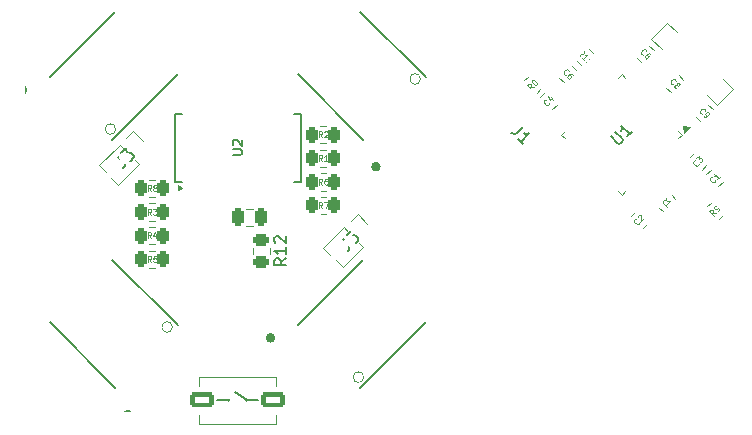
<source format=gto>
G04 #@! TF.GenerationSoftware,KiCad,Pcbnew,9.0.3-9.0.3-0~ubuntu24.04.1*
G04 #@! TF.CreationDate,2025-07-13T16:36:45+02:00*
G04 #@! TF.ProjectId,PCBWatch,50434257-6174-4636-982e-6b696361645f,rev?*
G04 #@! TF.SameCoordinates,Original*
G04 #@! TF.FileFunction,Legend,Top*
G04 #@! TF.FilePolarity,Positive*
%FSLAX46Y46*%
G04 Gerber Fmt 4.6, Leading zero omitted, Abs format (unit mm)*
G04 Created by KiCad (PCBNEW 9.0.3-9.0.3-0~ubuntu24.04.1) date 2025-07-13 16:36:45*
%MOMM*%
%LPD*%
G01*
G04 APERTURE LIST*
G04 Aperture macros list*
%AMRoundRect*
0 Rectangle with rounded corners*
0 $1 Rounding radius*
0 $2 $3 $4 $5 $6 $7 $8 $9 X,Y pos of 4 corners*
0 Add a 4 corners polygon primitive as box body*
4,1,4,$2,$3,$4,$5,$6,$7,$8,$9,$2,$3,0*
0 Add four circle primitives for the rounded corners*
1,1,$1+$1,$2,$3*
1,1,$1+$1,$4,$5*
1,1,$1+$1,$6,$7*
1,1,$1+$1,$8,$9*
0 Add four rect primitives between the rounded corners*
20,1,$1+$1,$2,$3,$4,$5,0*
20,1,$1+$1,$4,$5,$6,$7,0*
20,1,$1+$1,$6,$7,$8,$9,0*
20,1,$1+$1,$8,$9,$2,$3,0*%
%AMRotRect*
0 Rectangle, with rotation*
0 The origin of the aperture is its center*
0 $1 length*
0 $2 width*
0 $3 Rotation angle, in degrees counterclockwise*
0 Add horizontal line*
21,1,$1,$2,0,0,$3*%
G04 Aperture macros list end*
%ADD10C,0.150000*%
%ADD11C,0.080000*%
%ADD12C,0.120000*%
%ADD13C,0.200000*%
%ADD14C,0.400000*%
%ADD15C,0.100000*%
%ADD16C,0.000000*%
%ADD17C,2.000000*%
%ADD18RoundRect,0.075000X0.415425X0.521491X-0.521491X-0.415425X-0.415425X-0.521491X0.521491X0.415425X0*%
%ADD19RoundRect,0.075000X-0.415425X0.521491X-0.521491X0.415425X0.415425X-0.521491X0.521491X-0.415425X0*%
%ADD20RoundRect,0.250000X0.132583X-0.503814X0.503814X-0.132583X-0.132583X0.503814X-0.503814X0.132583X0*%
%ADD21RoundRect,0.250000X0.503814X0.132583X0.132583X0.503814X-0.503814X-0.132583X-0.132583X-0.503814X0*%
%ADD22RoundRect,0.250000X-0.159099X0.512652X-0.512652X0.159099X0.159099X-0.512652X0.512652X-0.159099X0*%
%ADD23RoundRect,0.250000X-0.262500X-0.450000X0.262500X-0.450000X0.262500X0.450000X-0.262500X0.450000X0*%
%ADD24RoundRect,0.250000X-0.132583X0.503814X-0.503814X0.132583X0.132583X-0.503814X0.503814X-0.132583X0*%
%ADD25RotRect,1.000000X1.000000X315.000000*%
%ADD26C,1.000000*%
%ADD27RoundRect,0.250000X-0.450000X0.262500X-0.450000X-0.262500X0.450000X-0.262500X0.450000X0.262500X0*%
%ADD28RoundRect,0.330000X-0.318198X-0.629325X0.629325X0.318198X0.318198X0.629325X-0.629325X-0.318198X0*%
%ADD29RoundRect,0.250000X0.512652X0.159099X0.159099X0.512652X-0.512652X-0.159099X-0.159099X-0.512652X0*%
%ADD30RoundRect,0.250000X0.262500X0.450000X-0.262500X0.450000X-0.262500X-0.450000X0.262500X-0.450000X0*%
%ADD31RoundRect,0.250000X0.159099X-0.512652X0.512652X-0.159099X-0.159099X0.512652X-0.512652X0.159099X0*%
%ADD32RoundRect,0.250000X-0.250000X-0.475000X0.250000X-0.475000X0.250000X0.475000X-0.250000X0.475000X0*%
%ADD33RoundRect,0.102000X-1.166726X-0.459619X-0.459619X-1.166726X1.166726X0.459619X0.459619X1.166726X0*%
%ADD34R,1.000000X1.000000*%
%ADD35R,0.450000X1.750000*%
%ADD36RoundRect,0.250000X-0.512652X-0.159099X-0.159099X-0.512652X0.512652X0.159099X0.159099X0.512652X0*%
%ADD37RoundRect,0.090000X0.509117X-0.212132X-0.212132X0.509117X-0.509117X0.212132X0.212132X-0.509117X0*%
%ADD38RoundRect,0.190500X0.809500X0.444500X-0.809500X0.444500X-0.809500X-0.444500X0.809500X-0.444500X0*%
%ADD39RoundRect,0.102000X0.459619X-1.166726X1.166726X-0.459619X-0.459619X1.166726X-1.166726X0.459619X0*%
G04 APERTURE END LIST*
D10*
X51575750Y-14653246D02*
X52148170Y-15225666D01*
X52148170Y-15225666D02*
X52249185Y-15259338D01*
X52249185Y-15259338D02*
X52316529Y-15259338D01*
X52316529Y-15259338D02*
X52417544Y-15225666D01*
X52417544Y-15225666D02*
X52552231Y-15090979D01*
X52552231Y-15090979D02*
X52585903Y-14989964D01*
X52585903Y-14989964D02*
X52585903Y-14922620D01*
X52585903Y-14922620D02*
X52552231Y-14821605D01*
X52552231Y-14821605D02*
X51979811Y-14249185D01*
X53394025Y-14249185D02*
X52989964Y-14653246D01*
X53191994Y-14451216D02*
X52484888Y-13744109D01*
X52484888Y-13744109D02*
X52518559Y-13912468D01*
X52518559Y-13912468D02*
X52518559Y-14047155D01*
X52518559Y-14047155D02*
X52484888Y-14148170D01*
D11*
X60493890Y-21142005D02*
X60207680Y-21091497D01*
X60291860Y-21344035D02*
X59938306Y-20990482D01*
X59938306Y-20990482D02*
X60072993Y-20855795D01*
X60072993Y-20855795D02*
X60123501Y-20838959D01*
X60123501Y-20838959D02*
X60157173Y-20838959D01*
X60157173Y-20838959D02*
X60207680Y-20855795D01*
X60207680Y-20855795D02*
X60258188Y-20906303D01*
X60258188Y-20906303D02*
X60275024Y-20956810D01*
X60275024Y-20956810D02*
X60275024Y-20990482D01*
X60275024Y-20990482D02*
X60258188Y-21040990D01*
X60258188Y-21040990D02*
X60123501Y-21175677D01*
X60662249Y-20973646D02*
X60729592Y-20906303D01*
X60729592Y-20906303D02*
X60746428Y-20855795D01*
X60746428Y-20855795D02*
X60746428Y-20822123D01*
X60746428Y-20822123D02*
X60729592Y-20737944D01*
X60729592Y-20737944D02*
X60679085Y-20653764D01*
X60679085Y-20653764D02*
X60544398Y-20519077D01*
X60544398Y-20519077D02*
X60493890Y-20502242D01*
X60493890Y-20502242D02*
X60460218Y-20502242D01*
X60460218Y-20502242D02*
X60409711Y-20519077D01*
X60409711Y-20519077D02*
X60342367Y-20586421D01*
X60342367Y-20586421D02*
X60325531Y-20636929D01*
X60325531Y-20636929D02*
X60325531Y-20670600D01*
X60325531Y-20670600D02*
X60342367Y-20721108D01*
X60342367Y-20721108D02*
X60426547Y-20805287D01*
X60426547Y-20805287D02*
X60477054Y-20822123D01*
X60477054Y-20822123D02*
X60510726Y-20822123D01*
X60510726Y-20822123D02*
X60561234Y-20805287D01*
X60561234Y-20805287D02*
X60628577Y-20737944D01*
X60628577Y-20737944D02*
X60645413Y-20687436D01*
X60645413Y-20687436D02*
X60645413Y-20653764D01*
X60645413Y-20653764D02*
X60628577Y-20603257D01*
X55995106Y-20255168D02*
X56045613Y-19968959D01*
X55793075Y-20053138D02*
X56146628Y-19699585D01*
X56146628Y-19699585D02*
X56281315Y-19834272D01*
X56281315Y-19834272D02*
X56298151Y-19884779D01*
X56298151Y-19884779D02*
X56298151Y-19918451D01*
X56298151Y-19918451D02*
X56281315Y-19968959D01*
X56281315Y-19968959D02*
X56230808Y-20019466D01*
X56230808Y-20019466D02*
X56180300Y-20036302D01*
X56180300Y-20036302D02*
X56146628Y-20036302D01*
X56146628Y-20036302D02*
X56096121Y-20019466D01*
X56096121Y-20019466D02*
X55961434Y-19884779D01*
X56331823Y-20591886D02*
X56129793Y-20389855D01*
X56230808Y-20490871D02*
X56584361Y-20137317D01*
X56584361Y-20137317D02*
X56500182Y-20154153D01*
X56500182Y-20154153D02*
X56432838Y-20154153D01*
X56432838Y-20154153D02*
X56382331Y-20137317D01*
X56904242Y-20457199D02*
X56937914Y-20490870D01*
X56937914Y-20490870D02*
X56954750Y-20541378D01*
X56954750Y-20541378D02*
X56954750Y-20575050D01*
X56954750Y-20575050D02*
X56937914Y-20625557D01*
X56937914Y-20625557D02*
X56887407Y-20709737D01*
X56887407Y-20709737D02*
X56803227Y-20793916D01*
X56803227Y-20793916D02*
X56719048Y-20844424D01*
X56719048Y-20844424D02*
X56668540Y-20861260D01*
X56668540Y-20861260D02*
X56634868Y-20861260D01*
X56634868Y-20861260D02*
X56584361Y-20844424D01*
X56584361Y-20844424D02*
X56550689Y-20810752D01*
X56550689Y-20810752D02*
X56533853Y-20760244D01*
X56533853Y-20760244D02*
X56533853Y-20726573D01*
X56533853Y-20726573D02*
X56550689Y-20676065D01*
X56550689Y-20676065D02*
X56601197Y-20591886D01*
X56601197Y-20591886D02*
X56685376Y-20507706D01*
X56685376Y-20507706D02*
X56769555Y-20457199D01*
X56769555Y-20457199D02*
X56820063Y-20440363D01*
X56820063Y-20440363D02*
X56853735Y-20440363D01*
X56853735Y-20440363D02*
X56904242Y-20457199D01*
X60441248Y-18364418D02*
X60441248Y-18398090D01*
X60441248Y-18398090D02*
X60407577Y-18465433D01*
X60407577Y-18465433D02*
X60373905Y-18499105D01*
X60373905Y-18499105D02*
X60306561Y-18532777D01*
X60306561Y-18532777D02*
X60239218Y-18532777D01*
X60239218Y-18532777D02*
X60188710Y-18515941D01*
X60188710Y-18515941D02*
X60104531Y-18465433D01*
X60104531Y-18465433D02*
X60054023Y-18414926D01*
X60054023Y-18414926D02*
X60003516Y-18330746D01*
X60003516Y-18330746D02*
X59986680Y-18280239D01*
X59986680Y-18280239D02*
X59986680Y-18212895D01*
X59986680Y-18212895D02*
X60020351Y-18145552D01*
X60020351Y-18145552D02*
X60054023Y-18111880D01*
X60054023Y-18111880D02*
X60121367Y-18078208D01*
X60121367Y-18078208D02*
X60155038Y-18078208D01*
X60811638Y-18061372D02*
X60609607Y-18263403D01*
X60710622Y-18162388D02*
X60357069Y-17808834D01*
X60357069Y-17808834D02*
X60373905Y-17893014D01*
X60373905Y-17893014D02*
X60373905Y-17960357D01*
X60373905Y-17960357D02*
X60357069Y-18010865D01*
X27159278Y-20720074D02*
X26992612Y-20481979D01*
X26873564Y-20720074D02*
X26873564Y-20220074D01*
X26873564Y-20220074D02*
X27064040Y-20220074D01*
X27064040Y-20220074D02*
X27111659Y-20243884D01*
X27111659Y-20243884D02*
X27135469Y-20267693D01*
X27135469Y-20267693D02*
X27159278Y-20315312D01*
X27159278Y-20315312D02*
X27159278Y-20386741D01*
X27159278Y-20386741D02*
X27135469Y-20434360D01*
X27135469Y-20434360D02*
X27111659Y-20458169D01*
X27111659Y-20458169D02*
X27064040Y-20481979D01*
X27064040Y-20481979D02*
X26873564Y-20481979D01*
X27325945Y-20220074D02*
X27659278Y-20220074D01*
X27659278Y-20220074D02*
X27444993Y-20720074D01*
X45058700Y-10474670D02*
X44772490Y-10424162D01*
X44856670Y-10676700D02*
X44503116Y-10323147D01*
X44503116Y-10323147D02*
X44637803Y-10188460D01*
X44637803Y-10188460D02*
X44688311Y-10171624D01*
X44688311Y-10171624D02*
X44721983Y-10171624D01*
X44721983Y-10171624D02*
X44772490Y-10188460D01*
X44772490Y-10188460D02*
X44822998Y-10238968D01*
X44822998Y-10238968D02*
X44839834Y-10289475D01*
X44839834Y-10289475D02*
X44839834Y-10323147D01*
X44839834Y-10323147D02*
X44822998Y-10373655D01*
X44822998Y-10373655D02*
X44688311Y-10508342D01*
X44924013Y-9902250D02*
X44957685Y-9868578D01*
X44957685Y-9868578D02*
X45008192Y-9851742D01*
X45008192Y-9851742D02*
X45041864Y-9851742D01*
X45041864Y-9851742D02*
X45092372Y-9868578D01*
X45092372Y-9868578D02*
X45176551Y-9919086D01*
X45176551Y-9919086D02*
X45260731Y-10003265D01*
X45260731Y-10003265D02*
X45311238Y-10087445D01*
X45311238Y-10087445D02*
X45328074Y-10137952D01*
X45328074Y-10137952D02*
X45328074Y-10171624D01*
X45328074Y-10171624D02*
X45311238Y-10222132D01*
X45311238Y-10222132D02*
X45277566Y-10255803D01*
X45277566Y-10255803D02*
X45227059Y-10272639D01*
X45227059Y-10272639D02*
X45193387Y-10272639D01*
X45193387Y-10272639D02*
X45142879Y-10255803D01*
X45142879Y-10255803D02*
X45058700Y-10205296D01*
X45058700Y-10205296D02*
X44974521Y-10121116D01*
X44974521Y-10121116D02*
X44924013Y-10036937D01*
X44924013Y-10036937D02*
X44907177Y-9986429D01*
X44907177Y-9986429D02*
X44907177Y-9952758D01*
X44907177Y-9952758D02*
X44924013Y-9902250D01*
D10*
X28878796Y-23350202D02*
X29383872Y-23855278D01*
X29383872Y-23855278D02*
X29451216Y-23989965D01*
X29451216Y-23989965D02*
X29451216Y-24124652D01*
X29451216Y-24124652D02*
X29383872Y-24259339D01*
X29383872Y-24259339D02*
X29316529Y-24326683D01*
X29552231Y-22676767D02*
X29215514Y-23013484D01*
X29215514Y-23013484D02*
X29518559Y-23383873D01*
X29518559Y-23383873D02*
X29518559Y-23316530D01*
X29518559Y-23316530D02*
X29552231Y-23215515D01*
X29552231Y-23215515D02*
X29720590Y-23047156D01*
X29720590Y-23047156D02*
X29821605Y-23013484D01*
X29821605Y-23013484D02*
X29888949Y-23013484D01*
X29888949Y-23013484D02*
X29989964Y-23047156D01*
X29989964Y-23047156D02*
X30158323Y-23215515D01*
X30158323Y-23215515D02*
X30191994Y-23316530D01*
X30191994Y-23316530D02*
X30191994Y-23383873D01*
X30191994Y-23383873D02*
X30158323Y-23484889D01*
X30158323Y-23484889D02*
X29989964Y-23653247D01*
X29989964Y-23653247D02*
X29888949Y-23686919D01*
X29888949Y-23686919D02*
X29821605Y-23686919D01*
X24104819Y-24980357D02*
X23628628Y-25313690D01*
X24104819Y-25551785D02*
X23104819Y-25551785D01*
X23104819Y-25551785D02*
X23104819Y-25170833D01*
X23104819Y-25170833D02*
X23152438Y-25075595D01*
X23152438Y-25075595D02*
X23200057Y-25027976D01*
X23200057Y-25027976D02*
X23295295Y-24980357D01*
X23295295Y-24980357D02*
X23438152Y-24980357D01*
X23438152Y-24980357D02*
X23533390Y-25027976D01*
X23533390Y-25027976D02*
X23581009Y-25075595D01*
X23581009Y-25075595D02*
X23628628Y-25170833D01*
X23628628Y-25170833D02*
X23628628Y-25551785D01*
X24104819Y-24027976D02*
X24104819Y-24599404D01*
X24104819Y-24313690D02*
X23104819Y-24313690D01*
X23104819Y-24313690D02*
X23247676Y-24408928D01*
X23247676Y-24408928D02*
X23342914Y-24504166D01*
X23342914Y-24504166D02*
X23390533Y-24599404D01*
X23200057Y-23647023D02*
X23152438Y-23599404D01*
X23152438Y-23599404D02*
X23104819Y-23504166D01*
X23104819Y-23504166D02*
X23104819Y-23266071D01*
X23104819Y-23266071D02*
X23152438Y-23170833D01*
X23152438Y-23170833D02*
X23200057Y-23123214D01*
X23200057Y-23123214D02*
X23295295Y-23075595D01*
X23295295Y-23075595D02*
X23390533Y-23075595D01*
X23390533Y-23075595D02*
X23533390Y-23123214D01*
X23533390Y-23123214D02*
X24104819Y-23694642D01*
X24104819Y-23694642D02*
X24104819Y-23075595D01*
X44149798Y-13878796D02*
X43644722Y-14383872D01*
X43644722Y-14383872D02*
X43510035Y-14451216D01*
X43510035Y-14451216D02*
X43375348Y-14451216D01*
X43375348Y-14451216D02*
X43240661Y-14383872D01*
X43240661Y-14383872D02*
X43173317Y-14316529D01*
X44149798Y-15293010D02*
X43745737Y-14888949D01*
X43947768Y-15090979D02*
X44654875Y-14383872D01*
X44654875Y-14383872D02*
X44486516Y-14417544D01*
X44486516Y-14417544D02*
X44351829Y-14417544D01*
X44351829Y-14417544D02*
X44250814Y-14383872D01*
D11*
X49012486Y-7871304D02*
X49062993Y-7585095D01*
X48810455Y-7669274D02*
X49164008Y-7315721D01*
X49164008Y-7315721D02*
X49298695Y-7450408D01*
X49298695Y-7450408D02*
X49315531Y-7500915D01*
X49315531Y-7500915D02*
X49315531Y-7534587D01*
X49315531Y-7534587D02*
X49298695Y-7585095D01*
X49298695Y-7585095D02*
X49248188Y-7635602D01*
X49248188Y-7635602D02*
X49197680Y-7652438D01*
X49197680Y-7652438D02*
X49164008Y-7652438D01*
X49164008Y-7652438D02*
X49113501Y-7635602D01*
X49113501Y-7635602D02*
X48978814Y-7500915D01*
X49349203Y-8208022D02*
X49147173Y-8005991D01*
X49248188Y-8107007D02*
X49601741Y-7753453D01*
X49601741Y-7753453D02*
X49517562Y-7770289D01*
X49517562Y-7770289D02*
X49450218Y-7770289D01*
X49450218Y-7770289D02*
X49399711Y-7753453D01*
X49685920Y-8544739D02*
X49483890Y-8342709D01*
X49584905Y-8443724D02*
X49938458Y-8090171D01*
X49938458Y-8090171D02*
X49854279Y-8107006D01*
X49854279Y-8107006D02*
X49786935Y-8107006D01*
X49786935Y-8107006D02*
X49736428Y-8090171D01*
X47756797Y-9434410D02*
X47723125Y-9434410D01*
X47723125Y-9434410D02*
X47655782Y-9400739D01*
X47655782Y-9400739D02*
X47622110Y-9367067D01*
X47622110Y-9367067D02*
X47588438Y-9299723D01*
X47588438Y-9299723D02*
X47588438Y-9232380D01*
X47588438Y-9232380D02*
X47605274Y-9181872D01*
X47605274Y-9181872D02*
X47655782Y-9097693D01*
X47655782Y-9097693D02*
X47706289Y-9047185D01*
X47706289Y-9047185D02*
X47790469Y-8996678D01*
X47790469Y-8996678D02*
X47840976Y-8979842D01*
X47840976Y-8979842D02*
X47908320Y-8979842D01*
X47908320Y-8979842D02*
X47975663Y-9013513D01*
X47975663Y-9013513D02*
X48009335Y-9047185D01*
X48009335Y-9047185D02*
X48043007Y-9114529D01*
X48043007Y-9114529D02*
X48043007Y-9148200D01*
X48379724Y-9417574D02*
X48312381Y-9350231D01*
X48312381Y-9350231D02*
X48261873Y-9333395D01*
X48261873Y-9333395D02*
X48228201Y-9333395D01*
X48228201Y-9333395D02*
X48144022Y-9350231D01*
X48144022Y-9350231D02*
X48059843Y-9400739D01*
X48059843Y-9400739D02*
X47925156Y-9535426D01*
X47925156Y-9535426D02*
X47908320Y-9585933D01*
X47908320Y-9585933D02*
X47908320Y-9619605D01*
X47908320Y-9619605D02*
X47925156Y-9670113D01*
X47925156Y-9670113D02*
X47992499Y-9737456D01*
X47992499Y-9737456D02*
X48043007Y-9754292D01*
X48043007Y-9754292D02*
X48076679Y-9754292D01*
X48076679Y-9754292D02*
X48127186Y-9737456D01*
X48127186Y-9737456D02*
X48211366Y-9653277D01*
X48211366Y-9653277D02*
X48228201Y-9602769D01*
X48228201Y-9602769D02*
X48228201Y-9569097D01*
X48228201Y-9569097D02*
X48211366Y-9518590D01*
X48211366Y-9518590D02*
X48144022Y-9451246D01*
X48144022Y-9451246D02*
X48093514Y-9434410D01*
X48093514Y-9434410D02*
X48059843Y-9434410D01*
X48059843Y-9434410D02*
X48009335Y-9451246D01*
X56815829Y-10239771D02*
X56782157Y-10239771D01*
X56782157Y-10239771D02*
X56714814Y-10206100D01*
X56714814Y-10206100D02*
X56681142Y-10172428D01*
X56681142Y-10172428D02*
X56647470Y-10105084D01*
X56647470Y-10105084D02*
X56647470Y-10037741D01*
X56647470Y-10037741D02*
X56664306Y-9987233D01*
X56664306Y-9987233D02*
X56714814Y-9903054D01*
X56714814Y-9903054D02*
X56765321Y-9852546D01*
X56765321Y-9852546D02*
X56849501Y-9802039D01*
X56849501Y-9802039D02*
X56900008Y-9785203D01*
X56900008Y-9785203D02*
X56967352Y-9785203D01*
X56967352Y-9785203D02*
X57034695Y-9818874D01*
X57034695Y-9818874D02*
X57068367Y-9852546D01*
X57068367Y-9852546D02*
X57102039Y-9919890D01*
X57102039Y-9919890D02*
X57102039Y-9953561D01*
X57186218Y-10273443D02*
X57169382Y-10222935D01*
X57169382Y-10222935D02*
X57169382Y-10189264D01*
X57169382Y-10189264D02*
X57186218Y-10138756D01*
X57186218Y-10138756D02*
X57203054Y-10121920D01*
X57203054Y-10121920D02*
X57253562Y-10105084D01*
X57253562Y-10105084D02*
X57287233Y-10105084D01*
X57287233Y-10105084D02*
X57337741Y-10121920D01*
X57337741Y-10121920D02*
X57405085Y-10189264D01*
X57405085Y-10189264D02*
X57421920Y-10239771D01*
X57421920Y-10239771D02*
X57421920Y-10273443D01*
X57421920Y-10273443D02*
X57405085Y-10323951D01*
X57405085Y-10323951D02*
X57388249Y-10340787D01*
X57388249Y-10340787D02*
X57337741Y-10357622D01*
X57337741Y-10357622D02*
X57304069Y-10357622D01*
X57304069Y-10357622D02*
X57253562Y-10340787D01*
X57253562Y-10340787D02*
X57186218Y-10273443D01*
X57186218Y-10273443D02*
X57135711Y-10256607D01*
X57135711Y-10256607D02*
X57102039Y-10256607D01*
X57102039Y-10256607D02*
X57051531Y-10273443D01*
X57051531Y-10273443D02*
X56984188Y-10340787D01*
X56984188Y-10340787D02*
X56967352Y-10391294D01*
X56967352Y-10391294D02*
X56967352Y-10424966D01*
X56967352Y-10424966D02*
X56984188Y-10475474D01*
X56984188Y-10475474D02*
X57051531Y-10542817D01*
X57051531Y-10542817D02*
X57102039Y-10559653D01*
X57102039Y-10559653D02*
X57135711Y-10559653D01*
X57135711Y-10559653D02*
X57186218Y-10542817D01*
X57186218Y-10542817D02*
X57253562Y-10475474D01*
X57253562Y-10475474D02*
X57270398Y-10424966D01*
X57270398Y-10424966D02*
X57270398Y-10391294D01*
X57270398Y-10391294D02*
X57253562Y-10340787D01*
X12677038Y-21273762D02*
X12510372Y-21035667D01*
X12391324Y-21273762D02*
X12391324Y-20773762D01*
X12391324Y-20773762D02*
X12581800Y-20773762D01*
X12581800Y-20773762D02*
X12629419Y-20797572D01*
X12629419Y-20797572D02*
X12653229Y-20821381D01*
X12653229Y-20821381D02*
X12677038Y-20869000D01*
X12677038Y-20869000D02*
X12677038Y-20940429D01*
X12677038Y-20940429D02*
X12653229Y-20988048D01*
X12653229Y-20988048D02*
X12629419Y-21011857D01*
X12629419Y-21011857D02*
X12581800Y-21035667D01*
X12581800Y-21035667D02*
X12391324Y-21035667D01*
X12843705Y-20773762D02*
X13153229Y-20773762D01*
X13153229Y-20773762D02*
X12986562Y-20964238D01*
X12986562Y-20964238D02*
X13057991Y-20964238D01*
X13057991Y-20964238D02*
X13105610Y-20988048D01*
X13105610Y-20988048D02*
X13129419Y-21011857D01*
X13129419Y-21011857D02*
X13153229Y-21059476D01*
X13153229Y-21059476D02*
X13153229Y-21178524D01*
X13153229Y-21178524D02*
X13129419Y-21226143D01*
X13129419Y-21226143D02*
X13105610Y-21249953D01*
X13105610Y-21249953D02*
X13057991Y-21273762D01*
X13057991Y-21273762D02*
X12915134Y-21273762D01*
X12915134Y-21273762D02*
X12867515Y-21249953D01*
X12867515Y-21249953D02*
X12843705Y-21226143D01*
X46385396Y-11809134D02*
X46385396Y-11842806D01*
X46385396Y-11842806D02*
X46351725Y-11910149D01*
X46351725Y-11910149D02*
X46318053Y-11943821D01*
X46318053Y-11943821D02*
X46250709Y-11977493D01*
X46250709Y-11977493D02*
X46183366Y-11977493D01*
X46183366Y-11977493D02*
X46132858Y-11960657D01*
X46132858Y-11960657D02*
X46048679Y-11910149D01*
X46048679Y-11910149D02*
X45998171Y-11859642D01*
X45998171Y-11859642D02*
X45947664Y-11775462D01*
X45947664Y-11775462D02*
X45930828Y-11724955D01*
X45930828Y-11724955D02*
X45930828Y-11657611D01*
X45930828Y-11657611D02*
X45964499Y-11590268D01*
X45964499Y-11590268D02*
X45998171Y-11556596D01*
X45998171Y-11556596D02*
X46065515Y-11522924D01*
X46065515Y-11522924D02*
X46099186Y-11522924D01*
X46486412Y-11304058D02*
X46722114Y-11539760D01*
X46267545Y-11253550D02*
X46435904Y-11590268D01*
X46435904Y-11590268D02*
X46654770Y-11371401D01*
X59027035Y-16950204D02*
X59027035Y-16983876D01*
X59027035Y-16983876D02*
X58993364Y-17051219D01*
X58993364Y-17051219D02*
X58959692Y-17084891D01*
X58959692Y-17084891D02*
X58892348Y-17118563D01*
X58892348Y-17118563D02*
X58825005Y-17118563D01*
X58825005Y-17118563D02*
X58774497Y-17101727D01*
X58774497Y-17101727D02*
X58690318Y-17051219D01*
X58690318Y-17051219D02*
X58639810Y-17000712D01*
X58639810Y-17000712D02*
X58589303Y-16916532D01*
X58589303Y-16916532D02*
X58572467Y-16866025D01*
X58572467Y-16866025D02*
X58572467Y-16798681D01*
X58572467Y-16798681D02*
X58606138Y-16731338D01*
X58606138Y-16731338D02*
X58639810Y-16697666D01*
X58639810Y-16697666D02*
X58707154Y-16663994D01*
X58707154Y-16663994D02*
X58740825Y-16663994D01*
X58825005Y-16512471D02*
X59043871Y-16293605D01*
X59043871Y-16293605D02*
X59060707Y-16546143D01*
X59060707Y-16546143D02*
X59111215Y-16495635D01*
X59111215Y-16495635D02*
X59161722Y-16478800D01*
X59161722Y-16478800D02*
X59195394Y-16478800D01*
X59195394Y-16478800D02*
X59245902Y-16495635D01*
X59245902Y-16495635D02*
X59330081Y-16579815D01*
X59330081Y-16579815D02*
X59346917Y-16630322D01*
X59346917Y-16630322D02*
X59346917Y-16663994D01*
X59346917Y-16663994D02*
X59330081Y-16714502D01*
X59330081Y-16714502D02*
X59229066Y-16815517D01*
X59229066Y-16815517D02*
X59178558Y-16832353D01*
X59178558Y-16832353D02*
X59144886Y-16832353D01*
X27152540Y-16720074D02*
X26985874Y-16481979D01*
X26866826Y-16720074D02*
X26866826Y-16220074D01*
X26866826Y-16220074D02*
X27057302Y-16220074D01*
X27057302Y-16220074D02*
X27104921Y-16243884D01*
X27104921Y-16243884D02*
X27128731Y-16267693D01*
X27128731Y-16267693D02*
X27152540Y-16315312D01*
X27152540Y-16315312D02*
X27152540Y-16386741D01*
X27152540Y-16386741D02*
X27128731Y-16434360D01*
X27128731Y-16434360D02*
X27104921Y-16458169D01*
X27104921Y-16458169D02*
X27057302Y-16481979D01*
X27057302Y-16481979D02*
X26866826Y-16481979D01*
X27628731Y-16720074D02*
X27343017Y-16720074D01*
X27485874Y-16720074D02*
X27485874Y-16220074D01*
X27485874Y-16220074D02*
X27438255Y-16291503D01*
X27438255Y-16291503D02*
X27390636Y-16339122D01*
X27390636Y-16339122D02*
X27343017Y-16362931D01*
X12677038Y-19273762D02*
X12510372Y-19035667D01*
X12391324Y-19273762D02*
X12391324Y-18773762D01*
X12391324Y-18773762D02*
X12581800Y-18773762D01*
X12581800Y-18773762D02*
X12629419Y-18797572D01*
X12629419Y-18797572D02*
X12653229Y-18821381D01*
X12653229Y-18821381D02*
X12677038Y-18869000D01*
X12677038Y-18869000D02*
X12677038Y-18940429D01*
X12677038Y-18940429D02*
X12653229Y-18988048D01*
X12653229Y-18988048D02*
X12629419Y-19011857D01*
X12629419Y-19011857D02*
X12581800Y-19035667D01*
X12581800Y-19035667D02*
X12391324Y-19035667D01*
X12962753Y-18988048D02*
X12915134Y-18964238D01*
X12915134Y-18964238D02*
X12891324Y-18940429D01*
X12891324Y-18940429D02*
X12867515Y-18892810D01*
X12867515Y-18892810D02*
X12867515Y-18869000D01*
X12867515Y-18869000D02*
X12891324Y-18821381D01*
X12891324Y-18821381D02*
X12915134Y-18797572D01*
X12915134Y-18797572D02*
X12962753Y-18773762D01*
X12962753Y-18773762D02*
X13057991Y-18773762D01*
X13057991Y-18773762D02*
X13105610Y-18797572D01*
X13105610Y-18797572D02*
X13129419Y-18821381D01*
X13129419Y-18821381D02*
X13153229Y-18869000D01*
X13153229Y-18869000D02*
X13153229Y-18892810D01*
X13153229Y-18892810D02*
X13129419Y-18940429D01*
X13129419Y-18940429D02*
X13105610Y-18964238D01*
X13105610Y-18964238D02*
X13057991Y-18988048D01*
X13057991Y-18988048D02*
X12962753Y-18988048D01*
X12962753Y-18988048D02*
X12915134Y-19011857D01*
X12915134Y-19011857D02*
X12891324Y-19035667D01*
X12891324Y-19035667D02*
X12867515Y-19083286D01*
X12867515Y-19083286D02*
X12867515Y-19178524D01*
X12867515Y-19178524D02*
X12891324Y-19226143D01*
X12891324Y-19226143D02*
X12915134Y-19249953D01*
X12915134Y-19249953D02*
X12962753Y-19273762D01*
X12962753Y-19273762D02*
X13057991Y-19273762D01*
X13057991Y-19273762D02*
X13105610Y-19249953D01*
X13105610Y-19249953D02*
X13129419Y-19226143D01*
X13129419Y-19226143D02*
X13153229Y-19178524D01*
X13153229Y-19178524D02*
X13153229Y-19083286D01*
X13153229Y-19083286D02*
X13129419Y-19035667D01*
X13129419Y-19035667D02*
X13105610Y-19011857D01*
X13105610Y-19011857D02*
X13057991Y-18988048D01*
D10*
X19562295Y-16209523D02*
X20209914Y-16209523D01*
X20209914Y-16209523D02*
X20286104Y-16171428D01*
X20286104Y-16171428D02*
X20324200Y-16133333D01*
X20324200Y-16133333D02*
X20362295Y-16057142D01*
X20362295Y-16057142D02*
X20362295Y-15904761D01*
X20362295Y-15904761D02*
X20324200Y-15828571D01*
X20324200Y-15828571D02*
X20286104Y-15790476D01*
X20286104Y-15790476D02*
X20209914Y-15752380D01*
X20209914Y-15752380D02*
X19562295Y-15752380D01*
X19638485Y-15409524D02*
X19600390Y-15371428D01*
X19600390Y-15371428D02*
X19562295Y-15295238D01*
X19562295Y-15295238D02*
X19562295Y-15104762D01*
X19562295Y-15104762D02*
X19600390Y-15028571D01*
X19600390Y-15028571D02*
X19638485Y-14990476D01*
X19638485Y-14990476D02*
X19714676Y-14952381D01*
X19714676Y-14952381D02*
X19790866Y-14952381D01*
X19790866Y-14952381D02*
X19905152Y-14990476D01*
X19905152Y-14990476D02*
X20362295Y-15447619D01*
X20362295Y-15447619D02*
X20362295Y-14952381D01*
D11*
X59315829Y-12739771D02*
X59282157Y-12739771D01*
X59282157Y-12739771D02*
X59214814Y-12706100D01*
X59214814Y-12706100D02*
X59181142Y-12672428D01*
X59181142Y-12672428D02*
X59147470Y-12605084D01*
X59147470Y-12605084D02*
X59147470Y-12537741D01*
X59147470Y-12537741D02*
X59164306Y-12487233D01*
X59164306Y-12487233D02*
X59214814Y-12403054D01*
X59214814Y-12403054D02*
X59265321Y-12352546D01*
X59265321Y-12352546D02*
X59349501Y-12302039D01*
X59349501Y-12302039D02*
X59400008Y-12285203D01*
X59400008Y-12285203D02*
X59467352Y-12285203D01*
X59467352Y-12285203D02*
X59534695Y-12318874D01*
X59534695Y-12318874D02*
X59568367Y-12352546D01*
X59568367Y-12352546D02*
X59602039Y-12419890D01*
X59602039Y-12419890D02*
X59602039Y-12453561D01*
X59450516Y-12941802D02*
X59517859Y-13009145D01*
X59517859Y-13009145D02*
X59568367Y-13025981D01*
X59568367Y-13025981D02*
X59602039Y-13025981D01*
X59602039Y-13025981D02*
X59686218Y-13009145D01*
X59686218Y-13009145D02*
X59770398Y-12958638D01*
X59770398Y-12958638D02*
X59905085Y-12823951D01*
X59905085Y-12823951D02*
X59921920Y-12773443D01*
X59921920Y-12773443D02*
X59921920Y-12739771D01*
X59921920Y-12739771D02*
X59905085Y-12689264D01*
X59905085Y-12689264D02*
X59837741Y-12621920D01*
X59837741Y-12621920D02*
X59787233Y-12605084D01*
X59787233Y-12605084D02*
X59753562Y-12605084D01*
X59753562Y-12605084D02*
X59703054Y-12621920D01*
X59703054Y-12621920D02*
X59618875Y-12706100D01*
X59618875Y-12706100D02*
X59602039Y-12756607D01*
X59602039Y-12756607D02*
X59602039Y-12790279D01*
X59602039Y-12790279D02*
X59618875Y-12840787D01*
X59618875Y-12840787D02*
X59686218Y-12908130D01*
X59686218Y-12908130D02*
X59736726Y-12924966D01*
X59736726Y-12924966D02*
X59770398Y-12924966D01*
X59770398Y-12924966D02*
X59820905Y-12908130D01*
D10*
X9878796Y-16350201D02*
X10383872Y-16855277D01*
X10383872Y-16855277D02*
X10451216Y-16989964D01*
X10451216Y-16989964D02*
X10451216Y-17124651D01*
X10451216Y-17124651D02*
X10383872Y-17259338D01*
X10383872Y-17259338D02*
X10316529Y-17326682D01*
X10148170Y-16080827D02*
X10585903Y-15643094D01*
X10585903Y-15643094D02*
X10619575Y-16148170D01*
X10619575Y-16148170D02*
X10720590Y-16047155D01*
X10720590Y-16047155D02*
X10821605Y-16013483D01*
X10821605Y-16013483D02*
X10888949Y-16013483D01*
X10888949Y-16013483D02*
X10989964Y-16047155D01*
X10989964Y-16047155D02*
X11158323Y-16215514D01*
X11158323Y-16215514D02*
X11191994Y-16316529D01*
X11191994Y-16316529D02*
X11191994Y-16383872D01*
X11191994Y-16383872D02*
X11158323Y-16484888D01*
X11158323Y-16484888D02*
X10956292Y-16686918D01*
X10956292Y-16686918D02*
X10855277Y-16720590D01*
X10855277Y-16720590D02*
X10787933Y-16720590D01*
D11*
X12677038Y-25273762D02*
X12510372Y-25035667D01*
X12391324Y-25273762D02*
X12391324Y-24773762D01*
X12391324Y-24773762D02*
X12581800Y-24773762D01*
X12581800Y-24773762D02*
X12629419Y-24797572D01*
X12629419Y-24797572D02*
X12653229Y-24821381D01*
X12653229Y-24821381D02*
X12677038Y-24869000D01*
X12677038Y-24869000D02*
X12677038Y-24940429D01*
X12677038Y-24940429D02*
X12653229Y-24988048D01*
X12653229Y-24988048D02*
X12629419Y-25011857D01*
X12629419Y-25011857D02*
X12581800Y-25035667D01*
X12581800Y-25035667D02*
X12391324Y-25035667D01*
X13129419Y-24773762D02*
X12891324Y-24773762D01*
X12891324Y-24773762D02*
X12867515Y-25011857D01*
X12867515Y-25011857D02*
X12891324Y-24988048D01*
X12891324Y-24988048D02*
X12938943Y-24964238D01*
X12938943Y-24964238D02*
X13057991Y-24964238D01*
X13057991Y-24964238D02*
X13105610Y-24988048D01*
X13105610Y-24988048D02*
X13129419Y-25011857D01*
X13129419Y-25011857D02*
X13153229Y-25059476D01*
X13153229Y-25059476D02*
X13153229Y-25178524D01*
X13153229Y-25178524D02*
X13129419Y-25226143D01*
X13129419Y-25226143D02*
X13105610Y-25249953D01*
X13105610Y-25249953D02*
X13057991Y-25273762D01*
X13057991Y-25273762D02*
X12938943Y-25273762D01*
X12938943Y-25273762D02*
X12891324Y-25249953D01*
X12891324Y-25249953D02*
X12867515Y-25226143D01*
X54034099Y-21899114D02*
X54034099Y-21932786D01*
X54034099Y-21932786D02*
X54000428Y-22000129D01*
X54000428Y-22000129D02*
X53966756Y-22033801D01*
X53966756Y-22033801D02*
X53899412Y-22067473D01*
X53899412Y-22067473D02*
X53832069Y-22067473D01*
X53832069Y-22067473D02*
X53781561Y-22050637D01*
X53781561Y-22050637D02*
X53697382Y-22000129D01*
X53697382Y-22000129D02*
X53646874Y-21949622D01*
X53646874Y-21949622D02*
X53596367Y-21865442D01*
X53596367Y-21865442D02*
X53579531Y-21814935D01*
X53579531Y-21814935D02*
X53579531Y-21747591D01*
X53579531Y-21747591D02*
X53613202Y-21680248D01*
X53613202Y-21680248D02*
X53646874Y-21646576D01*
X53646874Y-21646576D02*
X53714218Y-21612904D01*
X53714218Y-21612904D02*
X53747889Y-21612904D01*
X53882576Y-21478217D02*
X53882576Y-21444545D01*
X53882576Y-21444545D02*
X53899412Y-21394038D01*
X53899412Y-21394038D02*
X53983592Y-21309858D01*
X53983592Y-21309858D02*
X54034099Y-21293023D01*
X54034099Y-21293023D02*
X54067771Y-21293023D01*
X54067771Y-21293023D02*
X54118279Y-21309858D01*
X54118279Y-21309858D02*
X54151950Y-21343530D01*
X54151950Y-21343530D02*
X54185622Y-21410874D01*
X54185622Y-21410874D02*
X54185622Y-21814935D01*
X54185622Y-21814935D02*
X54404489Y-21596068D01*
X12677038Y-23273762D02*
X12510372Y-23035667D01*
X12391324Y-23273762D02*
X12391324Y-22773762D01*
X12391324Y-22773762D02*
X12581800Y-22773762D01*
X12581800Y-22773762D02*
X12629419Y-22797572D01*
X12629419Y-22797572D02*
X12653229Y-22821381D01*
X12653229Y-22821381D02*
X12677038Y-22869000D01*
X12677038Y-22869000D02*
X12677038Y-22940429D01*
X12677038Y-22940429D02*
X12653229Y-22988048D01*
X12653229Y-22988048D02*
X12629419Y-23011857D01*
X12629419Y-23011857D02*
X12581800Y-23035667D01*
X12581800Y-23035667D02*
X12391324Y-23035667D01*
X13105610Y-22940429D02*
X13105610Y-23273762D01*
X12986562Y-22749953D02*
X12867515Y-23107095D01*
X12867515Y-23107095D02*
X13177038Y-23107095D01*
X54315829Y-7739771D02*
X54282157Y-7739771D01*
X54282157Y-7739771D02*
X54214814Y-7706100D01*
X54214814Y-7706100D02*
X54181142Y-7672428D01*
X54181142Y-7672428D02*
X54147470Y-7605084D01*
X54147470Y-7605084D02*
X54147470Y-7537741D01*
X54147470Y-7537741D02*
X54164306Y-7487233D01*
X54164306Y-7487233D02*
X54214814Y-7403054D01*
X54214814Y-7403054D02*
X54265321Y-7352546D01*
X54265321Y-7352546D02*
X54349501Y-7302039D01*
X54349501Y-7302039D02*
X54400008Y-7285203D01*
X54400008Y-7285203D02*
X54467352Y-7285203D01*
X54467352Y-7285203D02*
X54534695Y-7318874D01*
X54534695Y-7318874D02*
X54568367Y-7352546D01*
X54568367Y-7352546D02*
X54602039Y-7419890D01*
X54602039Y-7419890D02*
X54602039Y-7453561D01*
X54955592Y-7739771D02*
X54787233Y-7571413D01*
X54787233Y-7571413D02*
X54602039Y-7722935D01*
X54602039Y-7722935D02*
X54635711Y-7722935D01*
X54635711Y-7722935D02*
X54686218Y-7739771D01*
X54686218Y-7739771D02*
X54770398Y-7823951D01*
X54770398Y-7823951D02*
X54787233Y-7874458D01*
X54787233Y-7874458D02*
X54787233Y-7908130D01*
X54787233Y-7908130D02*
X54770398Y-7958638D01*
X54770398Y-7958638D02*
X54686218Y-8042817D01*
X54686218Y-8042817D02*
X54635711Y-8059653D01*
X54635711Y-8059653D02*
X54602039Y-8059653D01*
X54602039Y-8059653D02*
X54551531Y-8042817D01*
X54551531Y-8042817D02*
X54467352Y-7958638D01*
X54467352Y-7958638D02*
X54450516Y-7908130D01*
X54450516Y-7908130D02*
X54450516Y-7874458D01*
X27159278Y-18720074D02*
X26992612Y-18481979D01*
X26873564Y-18720074D02*
X26873564Y-18220074D01*
X26873564Y-18220074D02*
X27064040Y-18220074D01*
X27064040Y-18220074D02*
X27111659Y-18243884D01*
X27111659Y-18243884D02*
X27135469Y-18267693D01*
X27135469Y-18267693D02*
X27159278Y-18315312D01*
X27159278Y-18315312D02*
X27159278Y-18386741D01*
X27159278Y-18386741D02*
X27135469Y-18434360D01*
X27135469Y-18434360D02*
X27111659Y-18458169D01*
X27111659Y-18458169D02*
X27064040Y-18481979D01*
X27064040Y-18481979D02*
X26873564Y-18481979D01*
X27587850Y-18220074D02*
X27492612Y-18220074D01*
X27492612Y-18220074D02*
X27444993Y-18243884D01*
X27444993Y-18243884D02*
X27421183Y-18267693D01*
X27421183Y-18267693D02*
X27373564Y-18339122D01*
X27373564Y-18339122D02*
X27349755Y-18434360D01*
X27349755Y-18434360D02*
X27349755Y-18624836D01*
X27349755Y-18624836D02*
X27373564Y-18672455D01*
X27373564Y-18672455D02*
X27397374Y-18696265D01*
X27397374Y-18696265D02*
X27444993Y-18720074D01*
X27444993Y-18720074D02*
X27540231Y-18720074D01*
X27540231Y-18720074D02*
X27587850Y-18696265D01*
X27587850Y-18696265D02*
X27611659Y-18672455D01*
X27611659Y-18672455D02*
X27635469Y-18624836D01*
X27635469Y-18624836D02*
X27635469Y-18505788D01*
X27635469Y-18505788D02*
X27611659Y-18458169D01*
X27611659Y-18458169D02*
X27587850Y-18434360D01*
X27587850Y-18434360D02*
X27540231Y-18410550D01*
X27540231Y-18410550D02*
X27444993Y-18410550D01*
X27444993Y-18410550D02*
X27397374Y-18434360D01*
X27397374Y-18434360D02*
X27373564Y-18458169D01*
X27373564Y-18458169D02*
X27349755Y-18505788D01*
X27152540Y-14720074D02*
X26985874Y-14481979D01*
X26866826Y-14720074D02*
X26866826Y-14220074D01*
X26866826Y-14220074D02*
X27057302Y-14220074D01*
X27057302Y-14220074D02*
X27104921Y-14243884D01*
X27104921Y-14243884D02*
X27128731Y-14267693D01*
X27128731Y-14267693D02*
X27152540Y-14315312D01*
X27152540Y-14315312D02*
X27152540Y-14386741D01*
X27152540Y-14386741D02*
X27128731Y-14434360D01*
X27128731Y-14434360D02*
X27104921Y-14458169D01*
X27104921Y-14458169D02*
X27057302Y-14481979D01*
X27057302Y-14481979D02*
X26866826Y-14481979D01*
X27343017Y-14267693D02*
X27366826Y-14243884D01*
X27366826Y-14243884D02*
X27414445Y-14220074D01*
X27414445Y-14220074D02*
X27533493Y-14220074D01*
X27533493Y-14220074D02*
X27581112Y-14243884D01*
X27581112Y-14243884D02*
X27604921Y-14267693D01*
X27604921Y-14267693D02*
X27628731Y-14315312D01*
X27628731Y-14315312D02*
X27628731Y-14362931D01*
X27628731Y-14362931D02*
X27604921Y-14434360D01*
X27604921Y-14434360D02*
X27319207Y-14720074D01*
X27319207Y-14720074D02*
X27628731Y-14720074D01*
D12*
G04 #@! TO.C,U1*
X47394689Y-14500000D02*
X47712887Y-14818198D01*
X47712887Y-14181802D02*
X47394689Y-14500000D01*
X52181802Y-9712887D02*
X52500000Y-9394689D01*
X52500000Y-9394689D02*
X52818198Y-9712887D01*
X52500000Y-19605311D02*
X52181802Y-19287113D01*
X52818198Y-19287113D02*
X52500000Y-19605311D01*
X57287113Y-14818198D02*
X57605311Y-14500000D01*
X57605311Y-14500000D02*
X57287113Y-14181802D01*
X58277062Y-13856533D02*
X57796230Y-14337365D01*
X57704306Y-13764609D01*
X58277062Y-13856533D01*
G36*
X58277062Y-13856533D02*
G01*
X57796230Y-14337365D01*
X57704306Y-13764609D01*
X58277062Y-13856533D01*
G37*
G04 #@! TO.C,R9*
X59711915Y-20563296D02*
X60033032Y-20242179D01*
X60751362Y-21602743D02*
X61072479Y-21281626D01*
G04 #@! TO.C,R10*
X56023844Y-21002116D02*
X55702727Y-20680999D01*
X57063291Y-19962669D02*
X56742174Y-19641552D01*
G04 #@! TO.C,C1*
X60038237Y-17474089D02*
X59668770Y-17843556D01*
X61077684Y-18513536D02*
X60708217Y-18883003D01*
G04 #@! TO.C,R7*
X27015548Y-19757925D02*
X27469676Y-19757925D01*
X27015548Y-21227925D02*
X27469676Y-21227925D01*
G04 #@! TO.C,R0*
X44597842Y-9574844D02*
X44276725Y-9895961D01*
X45637289Y-10614291D02*
X45316172Y-10935408D01*
G04 #@! TO.C,J5*
X27254936Y-24104577D02*
X27850375Y-24700015D01*
X28299986Y-25149626D02*
X28895424Y-25745065D01*
X29005026Y-22354488D02*
X27254936Y-24104577D01*
X29005026Y-22354488D02*
X29353836Y-22703298D01*
X29577782Y-21781731D02*
X30150539Y-21208975D01*
X30150539Y-21208975D02*
X30970782Y-22029219D01*
X30296703Y-23646165D02*
X30645513Y-23994975D01*
X30645513Y-23994975D02*
X28895424Y-25745065D01*
G04 #@! TO.C,R12*
X21265000Y-24110436D02*
X21265000Y-24564564D01*
X22735000Y-24110436D02*
X22735000Y-24564564D01*
G04 #@! TO.C,R11*
X49041224Y-8618252D02*
X48720107Y-8297135D01*
X50080671Y-7578805D02*
X49759554Y-7257688D01*
G04 #@! TO.C,C6*
X47607680Y-10070846D02*
X47238213Y-9701379D01*
X48647127Y-9031399D02*
X48277660Y-8661932D01*
G04 #@! TO.C,C8*
X56666712Y-10876207D02*
X56297245Y-10506740D01*
X57706159Y-9836760D02*
X57336692Y-9467293D01*
G04 #@! TO.C,R3*
X12987436Y-20311613D02*
X12533308Y-20311613D01*
X12987436Y-21781613D02*
X12533308Y-21781613D01*
G04 #@! TO.C,C4*
X45612918Y-11288272D02*
X45982385Y-10918805D01*
X46652365Y-12327719D02*
X47021832Y-11958252D01*
G04 #@! TO.C,C11*
X20738748Y-20765000D02*
X21261252Y-20765000D01*
X20738748Y-22235000D02*
X21261252Y-22235000D01*
G04 #@! TO.C,C3*
X58624024Y-16059875D02*
X58254557Y-16429342D01*
X59663471Y-17099322D02*
X59294004Y-17468789D01*
G04 #@! TO.C,R1*
X27008810Y-15757925D02*
X27462938Y-15757925D01*
X27008810Y-17227925D02*
X27462938Y-17227925D01*
G04 #@! TO.C,R8*
X12987436Y-18311613D02*
X12533308Y-18311613D01*
X12987436Y-19781613D02*
X12533308Y-19781613D01*
D13*
G04 #@! TO.C,D1*
X9606066Y-4090633D02*
X4090633Y-9606066D01*
X14909367Y-9393934D02*
X9393934Y-14909367D01*
D14*
X1992535Y-10702082D02*
G75*
G02*
X1592537Y-10702082I-199999J0D01*
G01*
X1592537Y-10702082D02*
G75*
G02*
X1992535Y-10702082I199999J0D01*
G01*
D15*
X9667157Y-14025483D02*
G75*
G02*
X8767157Y-14025483I-450000J0D01*
G01*
X8767157Y-14025483D02*
G75*
G02*
X9667157Y-14025483I450000J0D01*
G01*
D10*
G04 #@! TO.C,U2*
X14675000Y-12725000D02*
X15250000Y-12725000D01*
X14675000Y-18475000D02*
X14675000Y-12725000D01*
X14675000Y-18475000D02*
X15250000Y-18475000D01*
X24750000Y-12725000D02*
X25325000Y-12725000D01*
X24750000Y-18475000D02*
X25325000Y-18475000D01*
X25325000Y-18475000D02*
X25325000Y-12725000D01*
D12*
X15250000Y-18975000D02*
X14920000Y-19215000D01*
X14920000Y-18735000D01*
X15250000Y-18975000D01*
G36*
X15250000Y-18975000D02*
G01*
X14920000Y-19215000D01*
X14920000Y-18735000D01*
X15250000Y-18975000D01*
G37*
G04 #@! TO.C,C9*
X58797245Y-13006740D02*
X59166712Y-13376207D01*
X59836692Y-11967293D02*
X60206159Y-12336760D01*
G04 #@! TO.C,J3*
X8254936Y-17104576D02*
X8850375Y-17700014D01*
X9299986Y-18149625D02*
X9895424Y-18745064D01*
X10005026Y-15354487D02*
X8254936Y-17104576D01*
X10005026Y-15354487D02*
X10353836Y-15703297D01*
X10577782Y-14781730D02*
X11150539Y-14208974D01*
X11150539Y-14208974D02*
X11970782Y-15029218D01*
X11296703Y-16646164D02*
X11645513Y-16994974D01*
X11645513Y-16994974D02*
X9895424Y-18745064D01*
D15*
G04 #@! TO.C,Y1*
X55035177Y-6378680D02*
X56378680Y-5035177D01*
X55883706Y-7227208D02*
X55035177Y-6378680D01*
X56378680Y-5035177D02*
X57156498Y-5812995D01*
X59772793Y-11116296D02*
X60621321Y-11964824D01*
X60621321Y-11964824D02*
X61964824Y-10621321D01*
X61964824Y-10621321D02*
X61116296Y-9772793D01*
G04 #@! TO.C,SW1*
X16750000Y-35000000D02*
X16750000Y-35750000D01*
X16750000Y-39000000D02*
X16750000Y-38250000D01*
D10*
X18250000Y-37000000D02*
X19250000Y-37000000D01*
X20750000Y-37000000D02*
X19750000Y-36250000D01*
X21750000Y-37000000D02*
X20750000Y-37000000D01*
D15*
X23250000Y-35000000D02*
X16750000Y-35000000D01*
X23250000Y-35750000D02*
X23250000Y-35000000D01*
X23250000Y-38250000D02*
X23250000Y-39000000D01*
X23250000Y-39000000D02*
X16750000Y-39000000D01*
D12*
X19350000Y-37000000D02*
G75*
G02*
X19150000Y-37000000I-100000J0D01*
G01*
X19150000Y-37000000D02*
G75*
G02*
X19350000Y-37000000I100000J0D01*
G01*
X20850000Y-37000000D02*
G75*
G02*
X20650000Y-37000000I-100000J0D01*
G01*
X20650000Y-37000000D02*
G75*
G02*
X20850000Y-37000000I100000J0D01*
G01*
D13*
G04 #@! TO.C,D3*
X4090633Y-30393934D02*
X9606066Y-35909367D01*
X9393934Y-25090633D02*
X14909367Y-30606066D01*
D14*
X10902081Y-38207464D02*
G75*
G02*
X10502083Y-38207464I-199999J0D01*
G01*
X10502083Y-38207464D02*
G75*
G02*
X10902081Y-38207464I199999J0D01*
G01*
D15*
X14475483Y-30782843D02*
G75*
G02*
X13575483Y-30782843I-450000J0D01*
G01*
X13575483Y-30782843D02*
G75*
G02*
X14475483Y-30782843I450000J0D01*
G01*
D13*
G04 #@! TO.C,D4*
X30606066Y-25090633D02*
X25090633Y-30606066D01*
X35909367Y-30393934D02*
X30393934Y-35909367D01*
D14*
X22992535Y-31702082D02*
G75*
G02*
X22592537Y-31702082I-199999J0D01*
G01*
X22592537Y-31702082D02*
G75*
G02*
X22992535Y-31702082I199999J0D01*
G01*
D15*
X30667157Y-35025483D02*
G75*
G02*
X29767157Y-35025483I-450000J0D01*
G01*
X29767157Y-35025483D02*
G75*
G02*
X30667157Y-35025483I450000J0D01*
G01*
D12*
G04 #@! TO.C,R5*
X12987436Y-24311613D02*
X12533308Y-24311613D01*
X12987436Y-25781613D02*
X12533308Y-25781613D01*
G04 #@! TO.C,C2*
X53631088Y-21008785D02*
X53261621Y-21378252D01*
X54670535Y-22048232D02*
X54301068Y-22417699D01*
G04 #@! TO.C,R4*
X12987436Y-22311613D02*
X12533308Y-22311613D01*
X12987436Y-23781613D02*
X12533308Y-23781613D01*
G04 #@! TO.C,C5*
X53797245Y-8006740D02*
X54166712Y-8376207D01*
X54836692Y-6967293D02*
X55206159Y-7336760D01*
G04 #@! TO.C,R6*
X27015548Y-17757925D02*
X27469676Y-17757925D01*
X27015548Y-19227925D02*
X27469676Y-19227925D01*
D13*
G04 #@! TO.C,D2*
X25090633Y-9393934D02*
X30606066Y-14909367D01*
X30393934Y-4090633D02*
X35909367Y-9606066D01*
D14*
X31902081Y-17207464D02*
G75*
G02*
X31502083Y-17207464I-199999J0D01*
G01*
X31502083Y-17207464D02*
G75*
G02*
X31902081Y-17207464I199999J0D01*
G01*
D15*
X35475483Y-9782843D02*
G75*
G02*
X34575483Y-9782843I-450000J0D01*
G01*
X34575483Y-9782843D02*
G75*
G02*
X35475483Y-9782843I450000J0D01*
G01*
D12*
G04 #@! TO.C,R2*
X27008810Y-13757925D02*
X27462938Y-13757925D01*
X27008810Y-15227925D02*
X27462938Y-15227925D01*
G04 #@! TD*
%LPC*%
D16*
G36*
X16750000Y-40000000D02*
G01*
X13750000Y-40000000D01*
X13750000Y-38000000D01*
X14750000Y-38000000D01*
X16750000Y-40000000D01*
G37*
D17*
X33000000Y-1000000D02*
X7000000Y-1000000D01*
X26000000Y-39000000D02*
X33000000Y-39000000D01*
X33000000Y-1000000D02*
G75*
G02*
X39000000Y-7000000I0J-6000000D01*
G01*
X39000000Y-33000000D02*
G75*
G02*
X33000000Y-39000000I-6000000J0D01*
G01*
X1000001Y-7000001D02*
X1000000Y-33000000D01*
X7000000Y-39000000D02*
G75*
G02*
X1000000Y-33000000I0J6000000D01*
G01*
X1000001Y-7000001D02*
G75*
G02*
X7000001Y-1000001I5999999J1D01*
G01*
X39000000Y-33000000D02*
X39000000Y-7000000D01*
D16*
G36*
X26250000Y-40000000D02*
G01*
X23250000Y-40000000D01*
X25250000Y-38000000D01*
X26250000Y-38000000D01*
X26250000Y-40000000D01*
G37*
D17*
X7000000Y-39000000D02*
X14000000Y-39000000D01*
D18*
G04 #@! TO.C,U1*
X57387876Y-13501212D03*
X57034322Y-13147658D03*
X56680769Y-12794105D03*
X56327215Y-12440551D03*
X55973662Y-12086998D03*
X55620109Y-11733445D03*
X55266555Y-11379891D03*
X54913002Y-11026338D03*
X54559449Y-10672785D03*
X54205895Y-10319231D03*
X53852342Y-9965678D03*
X53498788Y-9612124D03*
D19*
X51501212Y-9612124D03*
X51147658Y-9965678D03*
X50794105Y-10319231D03*
X50440551Y-10672785D03*
X50086998Y-11026338D03*
X49733445Y-11379891D03*
X49379891Y-11733445D03*
X49026338Y-12086998D03*
X48672785Y-12440551D03*
X48319231Y-12794105D03*
X47965678Y-13147658D03*
X47612124Y-13501212D03*
D18*
X47612124Y-15498788D03*
X47965678Y-15852342D03*
X48319231Y-16205895D03*
X48672785Y-16559449D03*
X49026338Y-16913002D03*
X49379891Y-17266555D03*
X49733445Y-17620109D03*
X50086998Y-17973662D03*
X50440551Y-18327215D03*
X50794105Y-18680769D03*
X51147658Y-19034322D03*
X51501212Y-19387876D03*
D19*
X53498788Y-19387876D03*
X53852342Y-19034322D03*
X54205895Y-18680769D03*
X54559449Y-18327215D03*
X54913002Y-17973662D03*
X55266555Y-17620109D03*
X55620109Y-17266555D03*
X55973662Y-16913002D03*
X56327215Y-16559449D03*
X56680769Y-16205895D03*
X57034322Y-15852342D03*
X57387876Y-15498788D03*
G04 #@! TD*
D20*
G04 #@! TO.C,R9*
X59746962Y-21567696D03*
X61037432Y-20277226D03*
G04 #@! TD*
D21*
G04 #@! TO.C,R10*
X57028244Y-20967069D03*
X55737774Y-19676599D03*
G04 #@! TD*
D22*
G04 #@! TO.C,C1*
X61044978Y-17506795D03*
X59701476Y-18850297D03*
G04 #@! TD*
D23*
G04 #@! TO.C,R7*
X26330112Y-20492925D03*
X28155112Y-20492925D03*
G04 #@! TD*
D24*
G04 #@! TO.C,R0*
X45602242Y-9609891D03*
X44311772Y-10900361D03*
G04 #@! TD*
D25*
G04 #@! TO.C,J5*
X30398026Y-22601975D03*
D26*
X29500000Y-23500001D03*
X28601975Y-24398026D03*
G04 #@! TD*
D27*
G04 #@! TO.C,R12*
X22000000Y-23425000D03*
X22000000Y-25250000D03*
G04 #@! TD*
D28*
G04 #@! TO.C,J1*
X43818019Y-16818019D03*
X44878680Y-17878680D03*
X45939340Y-18939340D03*
X47000000Y-20000000D03*
X48060660Y-21060660D03*
X49121320Y-22121320D03*
X50181981Y-23181981D03*
G04 #@! TD*
D21*
G04 #@! TO.C,R11*
X50045624Y-8583205D03*
X48755154Y-7292735D03*
G04 #@! TD*
D29*
G04 #@! TO.C,C6*
X48614421Y-10038140D03*
X47270919Y-8694638D03*
G04 #@! TD*
G04 #@! TO.C,C8*
X57673453Y-10843501D03*
X56329951Y-9499999D03*
G04 #@! TD*
D30*
G04 #@! TO.C,R3*
X13672872Y-21046613D03*
X11847872Y-21046613D03*
G04 #@! TD*
D31*
G04 #@! TO.C,C4*
X45645624Y-12295013D03*
X46989126Y-10951511D03*
G04 #@! TD*
D32*
G04 #@! TO.C,C11*
X20050000Y-21500000D03*
X21950000Y-21500000D03*
G04 #@! TD*
D22*
G04 #@! TO.C,C3*
X59630765Y-16092581D03*
X58287263Y-17436083D03*
G04 #@! TD*
D23*
G04 #@! TO.C,R1*
X26323374Y-16492925D03*
X28148374Y-16492925D03*
G04 #@! TD*
D30*
G04 #@! TO.C,R8*
X13672872Y-19046613D03*
X11847872Y-19046613D03*
G04 #@! TD*
D33*
G04 #@! TO.C,D1*
X3524948Y-11232412D03*
X4585608Y-12293072D03*
X5646268Y-13353732D03*
X6706928Y-14414392D03*
X7767588Y-15475052D03*
X15475052Y-7767588D03*
X14414392Y-6706928D03*
X13353732Y-5646268D03*
X12293072Y-4585608D03*
X11232412Y-3524948D03*
G04 #@! TD*
D34*
G04 #@! TO.C,J4*
X49500000Y-5301589D03*
D26*
X48230000Y-5301589D03*
X46960000Y-5301589D03*
G04 #@! TD*
D35*
G04 #@! TO.C,U2*
X15775000Y-19200000D03*
X16425000Y-19200000D03*
X17075000Y-19200000D03*
X17725000Y-19200000D03*
X18375000Y-19200000D03*
X19025000Y-19200000D03*
X19675000Y-19200000D03*
X20325000Y-19200000D03*
X20975000Y-19200000D03*
X21625000Y-19200000D03*
X22275000Y-19200000D03*
X22925000Y-19200000D03*
X23575000Y-19200000D03*
X24225000Y-19200000D03*
X24225000Y-12000000D03*
X23575000Y-12000000D03*
X22925000Y-12000000D03*
X22275000Y-12000000D03*
X21625000Y-12000000D03*
X20975000Y-12000000D03*
X20325000Y-12000000D03*
X19675000Y-12000000D03*
X19025000Y-12000000D03*
X18375000Y-12000000D03*
X17725000Y-12000000D03*
X17075000Y-12000000D03*
X16425000Y-12000000D03*
X15775000Y-12000000D03*
G04 #@! TD*
D36*
G04 #@! TO.C,C9*
X58829951Y-11999999D03*
X60173453Y-13343501D03*
G04 #@! TD*
D34*
G04 #@! TO.C,J6*
X58000000Y-23693359D03*
D26*
X56730000Y-23693359D03*
X55460000Y-23693359D03*
G04 #@! TD*
D25*
G04 #@! TO.C,J3*
X11398026Y-15601974D03*
D26*
X10500000Y-16500000D03*
X9601975Y-17398025D03*
G04 #@! TD*
D37*
G04 #@! TO.C,Y1*
X61045585Y-10409189D03*
X56590812Y-5954416D03*
X55954416Y-6590812D03*
X60409189Y-11045585D03*
G04 #@! TD*
D38*
G04 #@! TO.C,SW1*
X23000000Y-37000000D03*
X17000000Y-37000000D03*
G04 #@! TD*
D39*
G04 #@! TO.C,D3*
X11232412Y-36475052D03*
X12293072Y-35414392D03*
X13353732Y-34353732D03*
X14414392Y-33293072D03*
X15475052Y-32232412D03*
X7767588Y-24524948D03*
X6706928Y-25585608D03*
X5646268Y-26646268D03*
X4585608Y-27706928D03*
X3524948Y-28767588D03*
G04 #@! TD*
D33*
G04 #@! TO.C,D4*
X24524948Y-32232412D03*
X25585608Y-33293072D03*
X26646268Y-34353732D03*
X27706928Y-35414392D03*
X28767588Y-36475052D03*
X36475052Y-28767588D03*
X35414392Y-27706928D03*
X34353732Y-26646268D03*
X33293072Y-25585608D03*
X32232412Y-24524948D03*
G04 #@! TD*
D30*
G04 #@! TO.C,R5*
X13672872Y-25046613D03*
X11847872Y-25046613D03*
G04 #@! TD*
D22*
G04 #@! TO.C,C2*
X54637829Y-21041491D03*
X53294327Y-22384993D03*
G04 #@! TD*
D30*
G04 #@! TO.C,R4*
X13672872Y-23046613D03*
X11847872Y-23046613D03*
G04 #@! TD*
D36*
G04 #@! TO.C,C5*
X53829951Y-6999999D03*
X55173453Y-8343501D03*
G04 #@! TD*
D23*
G04 #@! TO.C,R6*
X26330112Y-18492925D03*
X28155112Y-18492925D03*
G04 #@! TD*
D39*
G04 #@! TO.C,D2*
X32232412Y-15475052D03*
X33293072Y-14414392D03*
X34353732Y-13353732D03*
X35414392Y-12293072D03*
X36475052Y-11232412D03*
X28767588Y-3524948D03*
X27706928Y-4585608D03*
X26646268Y-5646268D03*
X25585608Y-6706928D03*
X24524948Y-7767588D03*
G04 #@! TD*
D23*
G04 #@! TO.C,R2*
X26323374Y-14492925D03*
X28148374Y-14492925D03*
G04 #@! TD*
%LPD*%
M02*

</source>
